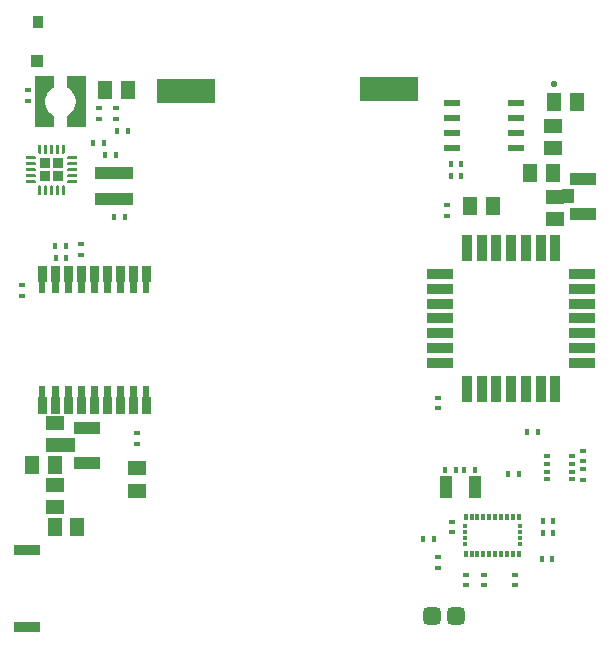
<source format=gbr>
G04*
G04 #@! TF.GenerationSoftware,Altium Limited,Altium Designer,25.8.1 (18)*
G04*
G04 Layer_Color=8421504*
%FSLAX25Y25*%
%MOIN*%
G70*
G04*
G04 #@! TF.SameCoordinates,505960B2-D5C5-487F-9968-D24D6DC54575*
G04*
G04*
G04 #@! TF.FilePolarity,Positive*
G04*
G01*
G75*
%ADD20R,0.03228X0.03228*%
%ADD21R,0.03228X0.03228*%
%ADD22R,0.03228X0.03228*%
%ADD23R,0.03228X0.03228*%
%ADD24R,0.03740X0.04331*%
%ADD25R,0.04331X0.04331*%
%ADD26R,0.05118X0.06299*%
%ADD27R,0.06299X0.05118*%
%ADD28R,0.05750X0.02200*%
%ADD29R,0.08661X0.04134*%
%ADD30R,0.02254X0.01438*%
%ADD31R,0.09055X0.03543*%
%ADD32R,0.03543X0.09055*%
%ADD33R,0.01438X0.02254*%
%ADD34R,0.19685X0.07874*%
%ADD35R,0.01968X0.01378*%
%ADD36R,0.01575X0.01900*%
%ADD37R,0.01500X0.01575*%
G04:AMPARAMS|DCode=38|XSize=59.06mil|YSize=59.06mil|CornerRadius=14.76mil|HoleSize=0mil|Usage=FLASHONLY|Rotation=270.000|XOffset=0mil|YOffset=0mil|HoleType=Round|Shape=RoundedRectangle|*
%AMROUNDEDRECTD38*
21,1,0.05906,0.02953,0,0,270.0*
21,1,0.02953,0.05906,0,0,270.0*
1,1,0.02953,-0.01476,-0.01476*
1,1,0.02953,-0.01476,0.01476*
1,1,0.02953,0.01476,0.01476*
1,1,0.02953,0.01476,-0.01476*
%
%ADD38ROUNDEDRECTD38*%
%ADD39R,0.12598X0.03937*%
%ADD40R,0.04300X0.07500*%
%ADD41R,0.04134X0.03937*%
%ADD42R,0.08503X0.03791*%
G04:AMPARAMS|DCode=43|XSize=19.68mil|YSize=19.68mil|CornerRadius=4.92mil|HoleSize=0mil|Usage=FLASHONLY|Rotation=0.000|XOffset=0mil|YOffset=0mil|HoleType=Round|Shape=RoundedRectangle|*
%AMROUNDEDRECTD43*
21,1,0.01968,0.00984,0,0,0.0*
21,1,0.00984,0.01968,0,0,0.0*
1,1,0.00984,0.00492,-0.00492*
1,1,0.00984,-0.00492,-0.00492*
1,1,0.00984,-0.00492,0.00492*
1,1,0.00984,0.00492,0.00492*
%
%ADD43ROUNDEDRECTD43*%
%ADD44R,0.03937X0.05118*%
%ADD45R,0.01968X0.03937*%
%ADD46R,0.19685X0.07874*%
G36*
X25197Y170669D02*
X18898D01*
Y174496D01*
X18897Y174496D01*
X19325Y174721D01*
X20108Y175286D01*
X20770Y175989D01*
X21289Y176804D01*
X21646Y177701D01*
X21827Y178650D01*
X21828Y179616D01*
X21646Y180565D01*
X21290Y181463D01*
X20771Y182278D01*
X20109Y182980D01*
X19326Y183546D01*
X18898Y183771D01*
X18898Y183771D01*
Y187598D01*
X25197D01*
Y170669D01*
D02*
G37*
G36*
X14567Y183772D02*
X14568D01*
X14140Y183547D01*
X13357Y182981D01*
X12694Y182279D01*
X12175Y181464D01*
X11819Y180566D01*
X11637Y179618D01*
X11637Y178652D01*
X11818Y177703D01*
X12175Y176805D01*
X12693Y175990D01*
X13356Y175287D01*
X14139Y174722D01*
X14567Y174496D01*
X14567Y174496D01*
X14567Y174497D01*
Y170669D01*
X8268D01*
Y187598D01*
X14567D01*
Y183772D01*
D02*
G37*
G36*
X18169Y162165D02*
Y162075D01*
X18100Y161909D01*
X17973Y161782D01*
X17807Y161713D01*
X17627D01*
X17460Y161782D01*
X17333Y161909D01*
X17264Y162075D01*
Y162165D01*
Y164862D01*
X18169D01*
X18169Y162165D01*
D02*
G37*
G36*
X16201D02*
Y162075D01*
X16132Y161909D01*
X16004Y161782D01*
X15838Y161713D01*
X15658D01*
X15492Y161782D01*
X15364Y161909D01*
X15295Y162075D01*
Y162165D01*
X15295D01*
Y164862D01*
X16201D01*
Y162165D01*
D02*
G37*
G36*
X14232D02*
Y162075D01*
X14163Y161909D01*
X14036Y161782D01*
X13870Y161713D01*
X13690D01*
X13523Y161782D01*
X13396Y161909D01*
X13327Y162075D01*
Y162165D01*
Y164862D01*
X14232D01*
Y162165D01*
D02*
G37*
G36*
X12264D02*
Y162075D01*
X12195Y161909D01*
X12067Y161782D01*
X11901Y161713D01*
X11721D01*
X11555Y161782D01*
X11427Y161909D01*
X11358Y162075D01*
Y162165D01*
Y164862D01*
X12264D01*
X12264Y162165D01*
D02*
G37*
G36*
X10295D02*
Y162075D01*
X10226Y161909D01*
X10099Y161782D01*
X9933Y161713D01*
X9753D01*
X9586Y161782D01*
X9459Y161909D01*
X9390Y162075D01*
Y162165D01*
X9390D01*
Y164862D01*
X10295D01*
Y162165D01*
D02*
G37*
G36*
X19449Y160886D02*
X22146D01*
Y159980D01*
X19359D01*
X19192Y160049D01*
X19065Y160177D01*
X18996Y160343D01*
Y160433D01*
Y160523D01*
X19065Y160689D01*
X19192Y160817D01*
X19359Y160886D01*
X19449D01*
Y160886D01*
D02*
G37*
G36*
X8367Y160817D02*
X8494Y160689D01*
X8563Y160523D01*
Y160433D01*
Y160343D01*
X8494Y160177D01*
X8367Y160049D01*
X8200Y159980D01*
X5413D01*
Y160886D01*
X8110Y160886D01*
X8200D01*
X8367Y160817D01*
D02*
G37*
G36*
X22146Y158012D02*
X19449Y158012D01*
X19359D01*
X19192Y158081D01*
X19065Y158208D01*
X18996Y158375D01*
Y158465D01*
Y158555D01*
X19065Y158721D01*
X19192Y158848D01*
X19359Y158917D01*
X22146D01*
Y158012D01*
D02*
G37*
G36*
X8367Y158848D02*
X8494Y158721D01*
X8563Y158555D01*
Y158465D01*
Y158375D01*
X8494Y158208D01*
X8367Y158081D01*
X8200Y158012D01*
X8110D01*
Y158012D01*
X5413D01*
Y158917D01*
X8200D01*
X8367Y158848D01*
D02*
G37*
G36*
X22146Y156043D02*
X19359D01*
X19192Y156112D01*
X19065Y156240D01*
X18996Y156406D01*
Y156496D01*
Y156586D01*
X19065Y156753D01*
X19192Y156880D01*
X19359Y156949D01*
X22146D01*
Y156043D01*
D02*
G37*
G36*
X8367Y156880D02*
X8494Y156753D01*
X8563Y156586D01*
Y156496D01*
Y156406D01*
X8494Y156240D01*
X8367Y156112D01*
X8200Y156043D01*
X5413D01*
Y156949D01*
X8200D01*
X8367Y156880D01*
D02*
G37*
G36*
X19449Y154980D02*
X22146D01*
Y154075D01*
X19359D01*
X19192Y154144D01*
X19065Y154271D01*
X18996Y154437D01*
Y154528D01*
Y154618D01*
X19065Y154784D01*
X19192Y154911D01*
X19359Y154980D01*
X19449D01*
Y154980D01*
D02*
G37*
G36*
X8367Y154911D02*
X8494Y154784D01*
X8563Y154618D01*
Y154528D01*
Y154437D01*
X8494Y154271D01*
X8367Y154144D01*
X8200Y154075D01*
X5413D01*
Y154980D01*
X8110Y154980D01*
X8200D01*
X8367Y154911D01*
D02*
G37*
G36*
X22146Y152106D02*
X19449Y152106D01*
X19359D01*
X19192Y152175D01*
X19065Y152303D01*
X18996Y152469D01*
Y152559D01*
Y152649D01*
X19065Y152815D01*
X19192Y152943D01*
X19359Y153012D01*
X22146D01*
Y152106D01*
D02*
G37*
G36*
X8367Y152943D02*
X8494Y152815D01*
X8563Y152649D01*
Y152559D01*
Y152469D01*
X8494Y152303D01*
X8367Y152175D01*
X8200Y152106D01*
X8110D01*
Y152106D01*
X5413D01*
Y153012D01*
X8200D01*
X8367Y152943D01*
D02*
G37*
G36*
X17973Y151211D02*
X18100Y151083D01*
X18169Y150917D01*
Y150827D01*
X18169D01*
Y148130D01*
X17264D01*
Y150827D01*
Y150917D01*
X17333Y151083D01*
X17460Y151211D01*
X17627Y151279D01*
X17807D01*
X17973Y151211D01*
D02*
G37*
G36*
X16004D02*
X16132Y151083D01*
X16201Y150917D01*
Y150827D01*
Y148130D01*
X15295D01*
X15295Y150827D01*
Y150917D01*
X15364Y151083D01*
X15492Y151211D01*
X15658Y151279D01*
X15838D01*
X16004Y151211D01*
D02*
G37*
G36*
X14036D02*
X14163Y151083D01*
X14232Y150917D01*
Y150827D01*
Y148130D01*
X13327D01*
Y150827D01*
Y150917D01*
X13396Y151083D01*
X13523Y151211D01*
X13690Y151279D01*
X13870D01*
X14036Y151211D01*
D02*
G37*
G36*
X12067D02*
X12195Y151083D01*
X12264Y150917D01*
Y150827D01*
X12264D01*
Y148130D01*
X11358D01*
Y150827D01*
Y150917D01*
X11427Y151083D01*
X11555Y151211D01*
X11721Y151279D01*
X11901D01*
X12067Y151211D01*
D02*
G37*
G36*
X10099D02*
X10226Y151083D01*
X10295Y150917D01*
Y150827D01*
Y148130D01*
X9390D01*
X9390Y150827D01*
Y150917D01*
X9459Y151083D01*
X9586Y151211D01*
X9753Y151279D01*
X9933D01*
X10099Y151211D01*
D02*
G37*
G36*
X46778Y118888D02*
X46384D01*
Y115345D01*
X44415D01*
Y118888D01*
X44022D01*
Y124400D01*
X46778D01*
Y118888D01*
D02*
G37*
G36*
X42644D02*
X42250D01*
Y115345D01*
X39888D01*
Y118888D01*
X39494D01*
Y124400D01*
X42644D01*
Y118888D01*
D02*
G37*
G36*
X38313D02*
X37919D01*
Y115345D01*
X35557D01*
Y118888D01*
X35164D01*
Y124400D01*
X38313D01*
Y118888D01*
D02*
G37*
G36*
X33982D02*
X33589D01*
Y115345D01*
X31226D01*
Y118888D01*
X30833D01*
Y124400D01*
X33982D01*
Y118888D01*
D02*
G37*
G36*
X29652D02*
X29258D01*
Y115345D01*
X26896D01*
Y118888D01*
X26502D01*
Y124400D01*
X29652D01*
Y118888D01*
D02*
G37*
G36*
X25321D02*
X24927D01*
Y115345D01*
X22565D01*
Y118888D01*
X22171D01*
Y124400D01*
X25321D01*
Y118888D01*
D02*
G37*
G36*
X20990D02*
X20596D01*
Y115345D01*
X18234D01*
Y118888D01*
X17841D01*
Y124400D01*
X20990D01*
Y118888D01*
D02*
G37*
G36*
X16659D02*
X16266D01*
Y115345D01*
X13904D01*
Y118888D01*
X13510D01*
Y124400D01*
X16659D01*
Y118888D01*
D02*
G37*
G36*
X12132D02*
X11738D01*
Y115345D01*
X9770D01*
Y118888D01*
X9376D01*
Y124400D01*
X12132D01*
Y118888D01*
D02*
G37*
G36*
X46384Y80699D02*
X46778D01*
Y75187D01*
X44022D01*
Y80699D01*
X44415D01*
Y84242D01*
X46384D01*
Y80699D01*
D02*
G37*
G36*
X42250D02*
X42644D01*
Y75187D01*
X39494D01*
Y80699D01*
X39888D01*
Y84242D01*
X42250D01*
Y80699D01*
D02*
G37*
G36*
X37919D02*
X38313D01*
Y75187D01*
X35164D01*
Y80699D01*
X35557D01*
Y84242D01*
X37919D01*
Y80699D01*
D02*
G37*
G36*
X33589D02*
X33982D01*
Y75187D01*
X30833D01*
Y80699D01*
X31226D01*
Y84242D01*
X33589D01*
Y80699D01*
D02*
G37*
G36*
X29258D02*
X29652D01*
Y75187D01*
X26502D01*
Y80699D01*
X26896D01*
Y84242D01*
X29258D01*
Y80699D01*
D02*
G37*
G36*
X24927D02*
X25321D01*
Y75187D01*
X22171D01*
Y80699D01*
X22565D01*
Y84242D01*
X24927D01*
Y80699D01*
D02*
G37*
G36*
X20596D02*
X20990D01*
Y75187D01*
X17841D01*
Y80699D01*
X18234D01*
Y84242D01*
X20596D01*
Y80699D01*
D02*
G37*
G36*
X16266D02*
X16659D01*
Y75187D01*
X13510D01*
Y80699D01*
X13904D01*
Y84242D01*
X16266D01*
Y80699D01*
D02*
G37*
G36*
X11738D02*
X12132D01*
Y75187D01*
X9376D01*
Y80699D01*
X9770D01*
Y84242D01*
X11738D01*
Y80699D01*
D02*
G37*
D20*
X11575Y154291D02*
D03*
D21*
Y158701D02*
D03*
D22*
X15984D02*
D03*
D23*
Y154291D02*
D03*
D24*
X9350Y205709D02*
D03*
D25*
X9055Y192717D02*
D03*
D26*
X22307Y37354D02*
D03*
X14827D02*
D03*
X7427Y57954D02*
D03*
X14907D02*
D03*
X173425Y155512D02*
D03*
X180905D02*
D03*
X188779Y179134D02*
D03*
X181299D02*
D03*
X39173Y183071D02*
D03*
X31693D02*
D03*
X160827Y144488D02*
D03*
X153347D02*
D03*
D27*
X181102Y171063D02*
D03*
Y163583D02*
D03*
X14967Y43913D02*
D03*
Y51394D02*
D03*
X181496Y140059D02*
D03*
Y147539D02*
D03*
X15085Y72038D02*
D03*
Y64558D02*
D03*
X42323Y49410D02*
D03*
Y56890D02*
D03*
D28*
X168599Y178661D02*
D03*
X147149Y163661D02*
D03*
Y168661D02*
D03*
Y173661D02*
D03*
Y178661D02*
D03*
X168599Y173661D02*
D03*
Y168661D02*
D03*
Y163661D02*
D03*
D29*
X190945Y141831D02*
D03*
Y153445D02*
D03*
X25537Y70438D02*
D03*
Y58824D02*
D03*
D30*
X190945Y62811D02*
D03*
X142717Y76953D02*
D03*
X190945Y56724D02*
D03*
X157874Y17898D02*
D03*
X151969D02*
D03*
X147244Y39189D02*
D03*
X142717Y23803D02*
D03*
X29528Y173409D02*
D03*
X5906Y183087D02*
D03*
X23622Y131709D02*
D03*
Y128134D02*
D03*
X5906Y179512D02*
D03*
X29528Y176984D02*
D03*
X35433Y173409D02*
D03*
Y176984D02*
D03*
X145669Y141126D02*
D03*
Y144701D02*
D03*
X142717Y27378D02*
D03*
X190945Y53150D02*
D03*
Y59236D02*
D03*
X142717Y80528D02*
D03*
X3937Y114354D02*
D03*
X147244Y35614D02*
D03*
X168307Y21472D02*
D03*
Y17898D02*
D03*
X42323Y65142D02*
D03*
Y68717D02*
D03*
X151969Y21472D02*
D03*
X3937Y117929D02*
D03*
X157874Y21472D02*
D03*
D31*
X190571Y121654D02*
D03*
X143327D02*
D03*
X190571Y116733D02*
D03*
Y101969D02*
D03*
Y92126D02*
D03*
Y106890D02*
D03*
X143327Y101969D02*
D03*
X190571Y97047D02*
D03*
X143327Y106890D02*
D03*
X190571Y111811D02*
D03*
X143327D02*
D03*
Y97047D02*
D03*
Y92126D02*
D03*
Y116733D02*
D03*
D32*
X176792Y130512D02*
D03*
X157106Y83268D02*
D03*
X171870D02*
D03*
X181713Y130512D02*
D03*
X176792Y83268D02*
D03*
X152185D02*
D03*
X181713D02*
D03*
X152185Y130512D02*
D03*
X166949Y83268D02*
D03*
X171870Y130512D02*
D03*
X162028Y83268D02*
D03*
X157106Y130512D02*
D03*
X162028D02*
D03*
X166949D02*
D03*
D33*
X150409Y158465D02*
D03*
X151362Y56299D02*
D03*
X148638D02*
D03*
X180740Y26575D02*
D03*
X39189Y169291D02*
D03*
X31315Y165354D02*
D03*
X35252Y161417D02*
D03*
X34630Y140748D02*
D03*
X18692Y127059D02*
D03*
X18511Y130996D02*
D03*
X31677Y161417D02*
D03*
X146835Y158465D02*
D03*
X15117Y127059D02*
D03*
X35614Y169291D02*
D03*
X27740Y165354D02*
D03*
X38205Y140748D02*
D03*
X181102Y35418D02*
D03*
X177528D02*
D03*
X141157Y33465D02*
D03*
X137583D02*
D03*
X154937Y56299D02*
D03*
X145063D02*
D03*
X14936Y130996D02*
D03*
X172228Y68898D02*
D03*
X169504Y55118D02*
D03*
X175803Y68898D02*
D03*
X165929Y55118D02*
D03*
X150409Y154528D02*
D03*
X181102Y39370D02*
D03*
X146835Y154528D02*
D03*
X177165Y26575D02*
D03*
X177528Y39370D02*
D03*
D34*
X58650Y182852D02*
D03*
D35*
X187106Y55807D02*
D03*
X179035Y53248D02*
D03*
Y55807D02*
D03*
X187106Y53248D02*
D03*
Y58366D02*
D03*
Y60925D02*
D03*
X179035D02*
D03*
Y58366D02*
D03*
D36*
X159700Y40817D02*
D03*
Y28517D02*
D03*
X151826Y40817D02*
D03*
X153794D02*
D03*
X155763D02*
D03*
X157731D02*
D03*
X161669D02*
D03*
X163637D02*
D03*
X165605D02*
D03*
X167574D02*
D03*
X169543D02*
D03*
Y28517D02*
D03*
X167574D02*
D03*
X165605D02*
D03*
X163637D02*
D03*
X161669D02*
D03*
X157731D02*
D03*
X155763D02*
D03*
X153794D02*
D03*
X151826D02*
D03*
D37*
X151584Y37619D02*
D03*
X169784D02*
D03*
Y35651D02*
D03*
Y33682D02*
D03*
Y31714D02*
D03*
X151584D02*
D03*
Y33682D02*
D03*
Y35651D02*
D03*
D38*
X148622Y7874D02*
D03*
X140748D02*
D03*
D39*
X34449Y146850D02*
D03*
Y155512D02*
D03*
D40*
X145200Y50787D02*
D03*
X154800D02*
D03*
D41*
X19533Y64631D02*
D03*
X184941Y147638D02*
D03*
D42*
X5705Y29774D02*
D03*
Y4084D02*
D03*
D43*
X181197Y185039D02*
D03*
D44*
X19467Y64553D02*
D03*
X185800Y147559D02*
D03*
D45*
X14937Y64613D02*
D03*
D46*
X126390Y183289D02*
D03*
M02*

</source>
